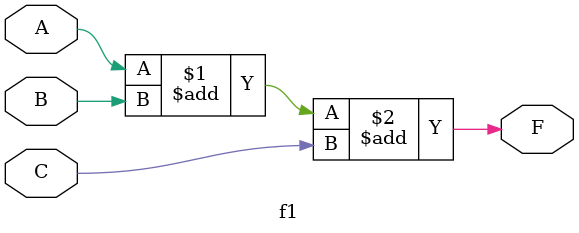
<source format=v>
module f1(input A,B,C , output F);
  assign F = A+B+C;
endmodule

</source>
